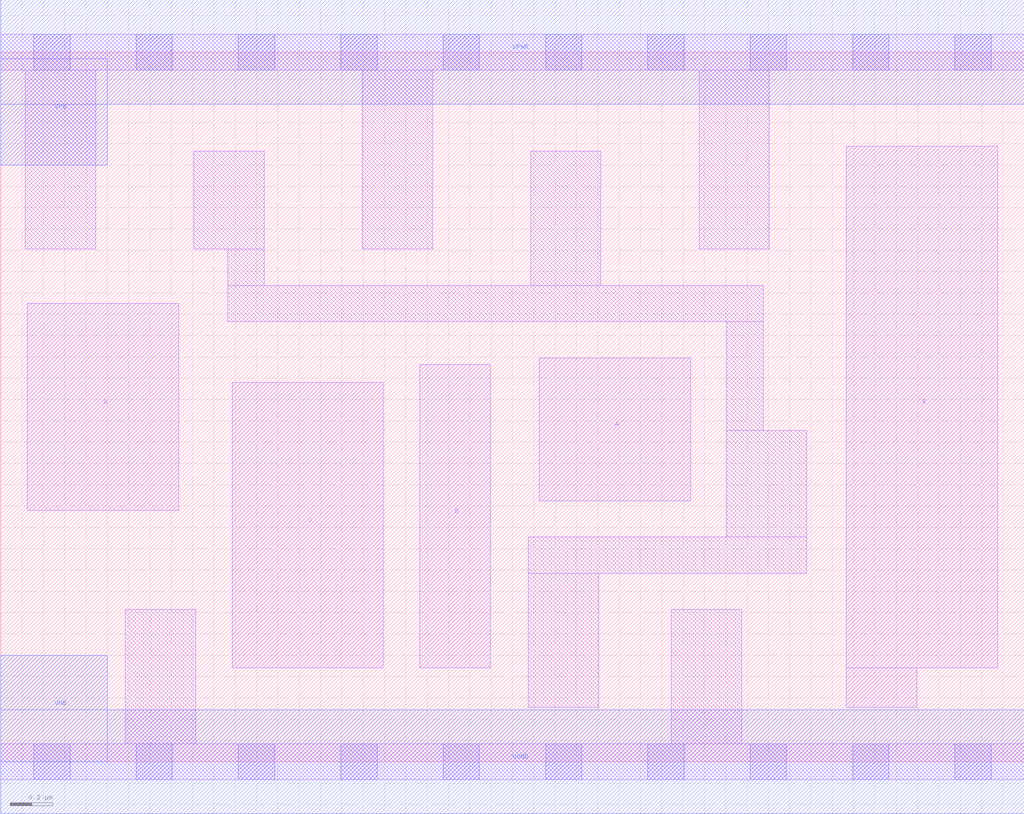
<source format=lef>
# Copyright 2020 The SkyWater PDK Authors
#
# Licensed under the Apache License, Version 2.0 (the "License");
# you may not use this file except in compliance with the License.
# You may obtain a copy of the License at
#
#     https://www.apache.org/licenses/LICENSE-2.0
#
# Unless required by applicable law or agreed to in writing, software
# distributed under the License is distributed on an "AS IS" BASIS,
# WITHOUT WARRANTIES OR CONDITIONS OF ANY KIND, either express or implied.
# See the License for the specific language governing permissions and
# limitations under the License.
#
# SPDX-License-Identifier: Apache-2.0

VERSION 5.5 ;
NAMESCASESENSITIVE ON ;
BUSBITCHARS "[]" ;
DIVIDERCHAR "/" ;
MACRO sky130_fd_sc_lp__and4_lp
  CLASS CORE ;
  SOURCE USER ;
  ORIGIN  0.000000  0.000000 ;
  SIZE  4.800000 BY  3.330000 ;
  SYMMETRY X Y R90 ;
  SITE unit ;
  PIN A
    ANTENNAGATEAREA  0.189000 ;
    DIRECTION INPUT ;
    USE SIGNAL ;
    PORT
      LAYER li1 ;
        RECT 2.525000 1.225000 3.235000 1.895000 ;
    END
  END A
  PIN B
    ANTENNAGATEAREA  0.189000 ;
    DIRECTION INPUT ;
    USE SIGNAL ;
    PORT
      LAYER li1 ;
        RECT 1.965000 0.440000 2.295000 1.865000 ;
    END
  END B
  PIN C
    ANTENNAGATEAREA  0.189000 ;
    DIRECTION INPUT ;
    USE SIGNAL ;
    PORT
      LAYER li1 ;
        RECT 1.085000 0.440000 1.795000 1.780000 ;
    END
  END C
  PIN D
    ANTENNAGATEAREA  0.189000 ;
    DIRECTION INPUT ;
    USE SIGNAL ;
    PORT
      LAYER li1 ;
        RECT 0.125000 1.180000 0.835000 2.150000 ;
    END
  END D
  PIN X
    ANTENNADIFFAREA  0.239400 ;
    DIRECTION OUTPUT ;
    USE SIGNAL ;
    PORT
      LAYER li1 ;
        RECT 3.965000 0.255000 4.295000 0.440000 ;
        RECT 3.965000 0.440000 4.675000 2.890000 ;
    END
  END X
  PIN VGND
    DIRECTION INOUT ;
    USE GROUND ;
    PORT
      LAYER met1 ;
        RECT 0.000000 -0.245000 4.800000 0.245000 ;
    END
  END VGND
  PIN VNB
    DIRECTION INOUT ;
    USE GROUND ;
    PORT
      LAYER met1 ;
        RECT 0.000000 0.000000 0.500000 0.500000 ;
    END
  END VNB
  PIN VPB
    DIRECTION INOUT ;
    USE POWER ;
    PORT
      LAYER met1 ;
        RECT 0.000000 2.800000 0.500000 3.300000 ;
    END
  END VPB
  PIN VPWR
    DIRECTION INOUT ;
    USE POWER ;
    PORT
      LAYER met1 ;
        RECT 0.000000 3.085000 4.800000 3.575000 ;
    END
  END VPWR
  OBS
    LAYER li1 ;
      RECT 0.000000 -0.085000 4.800000 0.085000 ;
      RECT 0.000000  3.245000 4.800000 3.415000 ;
      RECT 0.115000  2.405000 0.445000 3.245000 ;
      RECT 0.585000  0.085000 0.915000 0.715000 ;
      RECT 0.905000  2.405000 1.235000 2.865000 ;
      RECT 1.065000  2.065000 3.575000 2.235000 ;
      RECT 1.065000  2.235000 1.235000 2.405000 ;
      RECT 1.695000  2.405000 2.025000 3.245000 ;
      RECT 2.475000  0.255000 2.805000 0.885000 ;
      RECT 2.475000  0.885000 3.780000 1.055000 ;
      RECT 2.485000  2.235000 2.815000 2.865000 ;
      RECT 3.145000  0.085000 3.475000 0.715000 ;
      RECT 3.275000  2.405000 3.605000 3.245000 ;
      RECT 3.405000  1.055000 3.780000 1.555000 ;
      RECT 3.405000  1.555000 3.575000 2.065000 ;
    LAYER mcon ;
      RECT 0.155000 -0.085000 0.325000 0.085000 ;
      RECT 0.155000  3.245000 0.325000 3.415000 ;
      RECT 0.635000 -0.085000 0.805000 0.085000 ;
      RECT 0.635000  3.245000 0.805000 3.415000 ;
      RECT 1.115000 -0.085000 1.285000 0.085000 ;
      RECT 1.115000  3.245000 1.285000 3.415000 ;
      RECT 1.595000 -0.085000 1.765000 0.085000 ;
      RECT 1.595000  3.245000 1.765000 3.415000 ;
      RECT 2.075000 -0.085000 2.245000 0.085000 ;
      RECT 2.075000  3.245000 2.245000 3.415000 ;
      RECT 2.555000 -0.085000 2.725000 0.085000 ;
      RECT 2.555000  3.245000 2.725000 3.415000 ;
      RECT 3.035000 -0.085000 3.205000 0.085000 ;
      RECT 3.035000  3.245000 3.205000 3.415000 ;
      RECT 3.515000 -0.085000 3.685000 0.085000 ;
      RECT 3.515000  3.245000 3.685000 3.415000 ;
      RECT 3.995000 -0.085000 4.165000 0.085000 ;
      RECT 3.995000  3.245000 4.165000 3.415000 ;
      RECT 4.475000 -0.085000 4.645000 0.085000 ;
      RECT 4.475000  3.245000 4.645000 3.415000 ;
  END
END sky130_fd_sc_lp__and4_lp

</source>
